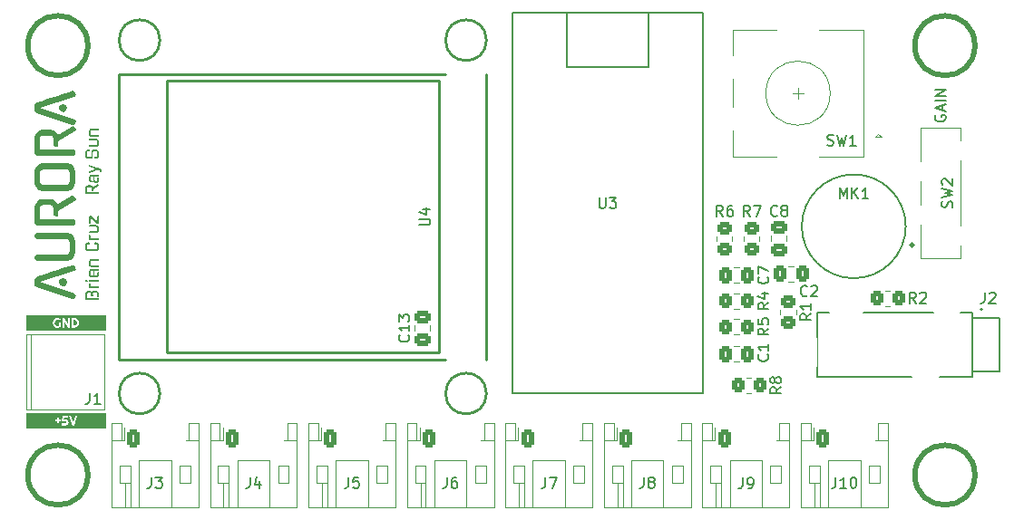
<source format=gto>
%TF.GenerationSoftware,KiCad,Pcbnew,(6.0.9)*%
%TF.CreationDate,2022-12-29T20:38:23-05:00*%
%TF.ProjectId,led_controller,6c65645f-636f-46e7-9472-6f6c6c65722e,rev?*%
%TF.SameCoordinates,Original*%
%TF.FileFunction,Legend,Top*%
%TF.FilePolarity,Positive*%
%FSLAX46Y46*%
G04 Gerber Fmt 4.6, Leading zero omitted, Abs format (unit mm)*
G04 Created by KiCad (PCBNEW (6.0.9)) date 2022-12-29 20:38:23*
%MOMM*%
%LPD*%
G01*
G04 APERTURE LIST*
G04 Aperture macros list*
%AMRoundRect*
0 Rectangle with rounded corners*
0 $1 Rounding radius*
0 $2 $3 $4 $5 $6 $7 $8 $9 X,Y pos of 4 corners*
0 Add a 4 corners polygon primitive as box body*
4,1,4,$2,$3,$4,$5,$6,$7,$8,$9,$2,$3,0*
0 Add four circle primitives for the rounded corners*
1,1,$1+$1,$2,$3*
1,1,$1+$1,$4,$5*
1,1,$1+$1,$6,$7*
1,1,$1+$1,$8,$9*
0 Add four rect primitives between the rounded corners*
20,1,$1+$1,$2,$3,$4,$5,0*
20,1,$1+$1,$4,$5,$6,$7,0*
20,1,$1+$1,$6,$7,$8,$9,0*
20,1,$1+$1,$8,$9,$2,$3,0*%
G04 Aperture macros list end*
%ADD10C,0.508000*%
%ADD11C,0.177800*%
%ADD12C,0.150000*%
%ADD13C,0.120000*%
%ADD14C,0.254000*%
%ADD15C,0.127000*%
%ADD16C,0.300000*%
%ADD17C,0.200000*%
%ADD18R,1.600200X1.193800*%
%ADD19C,0.889000*%
%ADD20RoundRect,0.250000X0.450000X-0.350000X0.450000X0.350000X-0.450000X0.350000X-0.450000X-0.350000X0*%
%ADD21RoundRect,0.250000X-0.350000X-0.625000X0.350000X-0.625000X0.350000X0.625000X-0.350000X0.625000X0*%
%ADD22O,1.200000X1.750000*%
%ADD23RoundRect,0.250000X-0.350000X-0.450000X0.350000X-0.450000X0.350000X0.450000X-0.350000X0.450000X0*%
%ADD24R,2.500000X2.500000*%
%ADD25C,2.500000*%
%ADD26RoundRect,0.250000X0.475000X-0.337500X0.475000X0.337500X-0.475000X0.337500X-0.475000X-0.337500X0*%
%ADD27RoundRect,0.250000X0.350000X0.450000X-0.350000X0.450000X-0.350000X-0.450000X0.350000X-0.450000X0*%
%ADD28C,4.500000*%
%ADD29RoundRect,0.250000X-0.337500X-0.475000X0.337500X-0.475000X0.337500X0.475000X-0.337500X0.475000X0*%
%ADD30C,2.540000*%
%ADD31C,1.700000*%
%ADD32O,1.700000X1.700000*%
%ADD33RoundRect,0.250000X-0.450000X0.350000X-0.450000X-0.350000X0.450000X-0.350000X0.450000X0.350000X0*%
%ADD34R,2.000000X2.000000*%
%ADD35C,2.000000*%
%ADD36R,3.200000X2.000000*%
%ADD37C,1.600000*%
%ADD38R,1.378000X1.378000*%
%ADD39C,1.378000*%
%ADD40R,2.200000X2.800000*%
%ADD41R,2.800000X2.800000*%
%ADD42R,2.600000X2.800000*%
G04 APERTURE END LIST*
D10*
X96012000Y-130302000D02*
G75*
G03*
X96012000Y-130302000I-2794000J0D01*
G01*
X178816000Y-90170000D02*
G75*
G03*
X178816000Y-90170000I-2794000J0D01*
G01*
X96012000Y-90170000D02*
G75*
G03*
X96012000Y-90170000I-2794000J0D01*
G01*
X178816000Y-130302000D02*
G75*
G03*
X178816000Y-130302000I-2794000J0D01*
G01*
D11*
X175133000Y-96701428D02*
X175084619Y-96798190D01*
X175084619Y-96943333D01*
X175133000Y-97088476D01*
X175229761Y-97185238D01*
X175326523Y-97233619D01*
X175520047Y-97282000D01*
X175665190Y-97282000D01*
X175858714Y-97233619D01*
X175955476Y-97185238D01*
X176052238Y-97088476D01*
X176100619Y-96943333D01*
X176100619Y-96846571D01*
X176052238Y-96701428D01*
X176003857Y-96653047D01*
X175665190Y-96653047D01*
X175665190Y-96846571D01*
X175810333Y-96266000D02*
X175810333Y-95782190D01*
X176100619Y-96362761D02*
X175084619Y-96024095D01*
X176100619Y-95685428D01*
X176100619Y-95346761D02*
X175084619Y-95346761D01*
X176100619Y-94862952D02*
X175084619Y-94862952D01*
X176100619Y-94282380D01*
X175084619Y-94282380D01*
D12*
X176678160Y-105278819D02*
X176725779Y-105135962D01*
X176725779Y-104897866D01*
X176678160Y-104802628D01*
X176630541Y-104755009D01*
X176535303Y-104707390D01*
X176440065Y-104707390D01*
X176344827Y-104755009D01*
X176297208Y-104802628D01*
X176249589Y-104897866D01*
X176201970Y-105088343D01*
X176154351Y-105183581D01*
X176106732Y-105231200D01*
X176011494Y-105278819D01*
X175916256Y-105278819D01*
X175821018Y-105231200D01*
X175773399Y-105183581D01*
X175725779Y-105088343D01*
X175725779Y-104850247D01*
X175773399Y-104707390D01*
X175725779Y-104374057D02*
X176725779Y-104135962D01*
X176011494Y-103945486D01*
X176725779Y-103755009D01*
X175725779Y-103516914D01*
X175821018Y-103183581D02*
X175773399Y-103135962D01*
X175725779Y-103040724D01*
X175725779Y-102802628D01*
X175773399Y-102707390D01*
X175821018Y-102659771D01*
X175916256Y-102612152D01*
X176011494Y-102612152D01*
X176154351Y-102659771D01*
X176725779Y-103231200D01*
X176725779Y-102612152D01*
X163520380Y-115228666D02*
X163044190Y-115562000D01*
X163520380Y-115800095D02*
X162520380Y-115800095D01*
X162520380Y-115419142D01*
X162568000Y-115323904D01*
X162615619Y-115276285D01*
X162710857Y-115228666D01*
X162853714Y-115228666D01*
X162948952Y-115276285D01*
X162996571Y-115323904D01*
X163044190Y-115419142D01*
X163044190Y-115800095D01*
X163520380Y-114276285D02*
X163520380Y-114847714D01*
X163520380Y-114562000D02*
X162520380Y-114562000D01*
X162663238Y-114657238D01*
X162758476Y-114752476D01*
X162806095Y-114847714D01*
X129525476Y-130516380D02*
X129525476Y-131230666D01*
X129477857Y-131373523D01*
X129382619Y-131468761D01*
X129239762Y-131516380D01*
X129144524Y-131516380D01*
X130430238Y-130516380D02*
X130239762Y-130516380D01*
X130144524Y-130564000D01*
X130096905Y-130611619D01*
X130001667Y-130754476D01*
X129954048Y-130944952D01*
X129954048Y-131325904D01*
X130001667Y-131421142D01*
X130049286Y-131468761D01*
X130144524Y-131516380D01*
X130335000Y-131516380D01*
X130430238Y-131468761D01*
X130477857Y-131421142D01*
X130525476Y-131325904D01*
X130525476Y-131087809D01*
X130477857Y-130992571D01*
X130430238Y-130944952D01*
X130335000Y-130897333D01*
X130144524Y-130897333D01*
X130049286Y-130944952D01*
X130001667Y-130992571D01*
X129954048Y-131087809D01*
X173315333Y-114244380D02*
X172982000Y-113768190D01*
X172743904Y-114244380D02*
X172743904Y-113244380D01*
X173124857Y-113244380D01*
X173220095Y-113292000D01*
X173267714Y-113339619D01*
X173315333Y-113434857D01*
X173315333Y-113577714D01*
X173267714Y-113672952D01*
X173220095Y-113720571D01*
X173124857Y-113768190D01*
X172743904Y-113768190D01*
X173696285Y-113339619D02*
X173743904Y-113292000D01*
X173839142Y-113244380D01*
X174077238Y-113244380D01*
X174172476Y-113292000D01*
X174220095Y-113339619D01*
X174267714Y-113434857D01*
X174267714Y-113530095D01*
X174220095Y-113672952D01*
X173648666Y-114244380D01*
X174267714Y-114244380D01*
X96186666Y-122642380D02*
X96186666Y-123356666D01*
X96139047Y-123499523D01*
X96043809Y-123594761D01*
X95900952Y-123642380D01*
X95805714Y-123642380D01*
X97186666Y-123642380D02*
X96615238Y-123642380D01*
X96900952Y-123642380D02*
X96900952Y-122642380D01*
X96805714Y-122785238D01*
X96710476Y-122880476D01*
X96615238Y-122928095D01*
X101951588Y-130516380D02*
X101951588Y-131230666D01*
X101903969Y-131373523D01*
X101808731Y-131468761D01*
X101665874Y-131516380D01*
X101570636Y-131516380D01*
X102332541Y-130516380D02*
X102951588Y-130516380D01*
X102618255Y-130897333D01*
X102761112Y-130897333D01*
X102856350Y-130944952D01*
X102903969Y-130992571D01*
X102951588Y-131087809D01*
X102951588Y-131325904D01*
X102903969Y-131421142D01*
X102856350Y-131468761D01*
X102761112Y-131516380D01*
X102475398Y-131516380D01*
X102380160Y-131468761D01*
X102332541Y-131421142D01*
X125931142Y-117228857D02*
X125978761Y-117276476D01*
X126026380Y-117419333D01*
X126026380Y-117514571D01*
X125978761Y-117657428D01*
X125883523Y-117752666D01*
X125788285Y-117800285D01*
X125597809Y-117847904D01*
X125454952Y-117847904D01*
X125264476Y-117800285D01*
X125169238Y-117752666D01*
X125074000Y-117657428D01*
X125026380Y-117514571D01*
X125026380Y-117419333D01*
X125074000Y-117276476D01*
X125121619Y-117228857D01*
X126026380Y-116276476D02*
X126026380Y-116847904D01*
X126026380Y-116562190D02*
X125026380Y-116562190D01*
X125169238Y-116657428D01*
X125264476Y-116752666D01*
X125312095Y-116847904D01*
X125026380Y-115943142D02*
X125026380Y-115324095D01*
X125407333Y-115657428D01*
X125407333Y-115514571D01*
X125454952Y-115419333D01*
X125502571Y-115371714D01*
X125597809Y-115324095D01*
X125835904Y-115324095D01*
X125931142Y-115371714D01*
X125978761Y-115419333D01*
X126026380Y-115514571D01*
X126026380Y-115800285D01*
X125978761Y-115895523D01*
X125931142Y-115943142D01*
X159560880Y-114212666D02*
X159084690Y-114546000D01*
X159560880Y-114784095D02*
X158560880Y-114784095D01*
X158560880Y-114403142D01*
X158608500Y-114307904D01*
X158656119Y-114260285D01*
X158751357Y-114212666D01*
X158894214Y-114212666D01*
X158989452Y-114260285D01*
X159037071Y-114307904D01*
X159084690Y-114403142D01*
X159084690Y-114784095D01*
X158894214Y-113355523D02*
X159560880Y-113355523D01*
X158513261Y-113593619D02*
X159227547Y-113831714D01*
X159227547Y-113212666D01*
X165814476Y-130516380D02*
X165814476Y-131230666D01*
X165766857Y-131373523D01*
X165671619Y-131468761D01*
X165528761Y-131516380D01*
X165433523Y-131516380D01*
X166814476Y-131516380D02*
X166243047Y-131516380D01*
X166528761Y-131516380D02*
X166528761Y-130516380D01*
X166433523Y-130659238D01*
X166338285Y-130754476D01*
X166243047Y-130802095D01*
X167433523Y-130516380D02*
X167528761Y-130516380D01*
X167624000Y-130564000D01*
X167671619Y-130611619D01*
X167719238Y-130706857D01*
X167766857Y-130897333D01*
X167766857Y-131135428D01*
X167719238Y-131325904D01*
X167671619Y-131421142D01*
X167624000Y-131468761D01*
X167528761Y-131516380D01*
X167433523Y-131516380D01*
X167338285Y-131468761D01*
X167290666Y-131421142D01*
X167243047Y-131325904D01*
X167195428Y-131135428D01*
X167195428Y-130897333D01*
X167243047Y-130706857D01*
X167290666Y-130611619D01*
X167338285Y-130564000D01*
X167433523Y-130516380D01*
X159465642Y-111784666D02*
X159513261Y-111832285D01*
X159560880Y-111975142D01*
X159560880Y-112070380D01*
X159513261Y-112213238D01*
X159418023Y-112308476D01*
X159322785Y-112356095D01*
X159132309Y-112403714D01*
X158989452Y-112403714D01*
X158798976Y-112356095D01*
X158703738Y-112308476D01*
X158608500Y-112213238D01*
X158560880Y-112070380D01*
X158560880Y-111975142D01*
X158608500Y-111832285D01*
X158656119Y-111784666D01*
X158560880Y-111451333D02*
X158560880Y-110784666D01*
X159560880Y-111213238D01*
X126960380Y-106933904D02*
X127769904Y-106933904D01*
X127865142Y-106886285D01*
X127912761Y-106838666D01*
X127960380Y-106743428D01*
X127960380Y-106552952D01*
X127912761Y-106457714D01*
X127865142Y-106410095D01*
X127769904Y-106362476D01*
X126960380Y-106362476D01*
X127293714Y-105457714D02*
X127960380Y-105457714D01*
X126912761Y-105695809D02*
X127627047Y-105933904D01*
X127627047Y-105314857D01*
X138716772Y-130516380D02*
X138716772Y-131230666D01*
X138669153Y-131373523D01*
X138573915Y-131468761D01*
X138431058Y-131516380D01*
X138335820Y-131516380D01*
X139097725Y-130516380D02*
X139764391Y-130516380D01*
X139335820Y-131516380D01*
X155296333Y-106116380D02*
X154963000Y-105640190D01*
X154724904Y-106116380D02*
X154724904Y-105116380D01*
X155105857Y-105116380D01*
X155201095Y-105164000D01*
X155248714Y-105211619D01*
X155296333Y-105306857D01*
X155296333Y-105449714D01*
X155248714Y-105544952D01*
X155201095Y-105592571D01*
X155105857Y-105640190D01*
X154724904Y-105640190D01*
X156153476Y-105116380D02*
X155963000Y-105116380D01*
X155867761Y-105164000D01*
X155820142Y-105211619D01*
X155724904Y-105354476D01*
X155677285Y-105544952D01*
X155677285Y-105925904D01*
X155724904Y-106021142D01*
X155772523Y-106068761D01*
X155867761Y-106116380D01*
X156058238Y-106116380D01*
X156153476Y-106068761D01*
X156201095Y-106021142D01*
X156248714Y-105925904D01*
X156248714Y-105687809D01*
X156201095Y-105592571D01*
X156153476Y-105544952D01*
X156058238Y-105497333D01*
X155867761Y-105497333D01*
X155772523Y-105544952D01*
X155724904Y-105592571D01*
X155677285Y-105687809D01*
X147908068Y-130516380D02*
X147908068Y-131230666D01*
X147860449Y-131373523D01*
X147765211Y-131468761D01*
X147622354Y-131516380D01*
X147527116Y-131516380D01*
X148527116Y-130944952D02*
X148431878Y-130897333D01*
X148384259Y-130849714D01*
X148336640Y-130754476D01*
X148336640Y-130706857D01*
X148384259Y-130611619D01*
X148431878Y-130564000D01*
X148527116Y-130516380D01*
X148717592Y-130516380D01*
X148812830Y-130564000D01*
X148860449Y-130611619D01*
X148908068Y-130706857D01*
X148908068Y-130754476D01*
X148860449Y-130849714D01*
X148812830Y-130897333D01*
X148717592Y-130944952D01*
X148527116Y-130944952D01*
X148431878Y-130992571D01*
X148384259Y-131040190D01*
X148336640Y-131135428D01*
X148336640Y-131325904D01*
X148384259Y-131421142D01*
X148431878Y-131468761D01*
X148527116Y-131516380D01*
X148717592Y-131516380D01*
X148812830Y-131468761D01*
X148860449Y-131421142D01*
X148908068Y-131325904D01*
X148908068Y-131135428D01*
X148860449Y-131040190D01*
X148812830Y-130992571D01*
X148717592Y-130944952D01*
X111142884Y-130516380D02*
X111142884Y-131230666D01*
X111095265Y-131373523D01*
X111000027Y-131468761D01*
X110857170Y-131516380D01*
X110761932Y-131516380D01*
X112047646Y-130849714D02*
X112047646Y-131516380D01*
X111809551Y-130468761D02*
X111571456Y-131183047D01*
X112190503Y-131183047D01*
X159465642Y-119038666D02*
X159513261Y-119086285D01*
X159560880Y-119229142D01*
X159560880Y-119324380D01*
X159513261Y-119467238D01*
X159418023Y-119562476D01*
X159322785Y-119610095D01*
X159132309Y-119657714D01*
X158989452Y-119657714D01*
X158798976Y-119610095D01*
X158703738Y-119562476D01*
X158608500Y-119467238D01*
X158560880Y-119324380D01*
X158560880Y-119229142D01*
X158608500Y-119086285D01*
X158656119Y-119038666D01*
X159560880Y-118086285D02*
X159560880Y-118657714D01*
X159560880Y-118372000D02*
X158560880Y-118372000D01*
X158703738Y-118467238D01*
X158798976Y-118562476D01*
X158846595Y-118657714D01*
X165036666Y-99464761D02*
X165179523Y-99512380D01*
X165417619Y-99512380D01*
X165512857Y-99464761D01*
X165560476Y-99417142D01*
X165608095Y-99321904D01*
X165608095Y-99226666D01*
X165560476Y-99131428D01*
X165512857Y-99083809D01*
X165417619Y-99036190D01*
X165227142Y-98988571D01*
X165131904Y-98940952D01*
X165084285Y-98893333D01*
X165036666Y-98798095D01*
X165036666Y-98702857D01*
X165084285Y-98607619D01*
X165131904Y-98560000D01*
X165227142Y-98512380D01*
X165465238Y-98512380D01*
X165608095Y-98560000D01*
X165941428Y-98512380D02*
X166179523Y-99512380D01*
X166370000Y-98798095D01*
X166560476Y-99512380D01*
X166798571Y-98512380D01*
X167703333Y-99512380D02*
X167131904Y-99512380D01*
X167417619Y-99512380D02*
X167417619Y-98512380D01*
X167322380Y-98655238D01*
X167227142Y-98750476D01*
X167131904Y-98798095D01*
X143764095Y-104354380D02*
X143764095Y-105163904D01*
X143811714Y-105259142D01*
X143859333Y-105306761D01*
X143954571Y-105354380D01*
X144145047Y-105354380D01*
X144240285Y-105306761D01*
X144287904Y-105259142D01*
X144335523Y-105163904D01*
X144335523Y-104354380D01*
X144716476Y-104354380D02*
X145335523Y-104354380D01*
X145002190Y-104735333D01*
X145145047Y-104735333D01*
X145240285Y-104782952D01*
X145287904Y-104830571D01*
X145335523Y-104925809D01*
X145335523Y-105163904D01*
X145287904Y-105259142D01*
X145240285Y-105306761D01*
X145145047Y-105354380D01*
X144859333Y-105354380D01*
X144764095Y-105306761D01*
X144716476Y-105259142D01*
X166203012Y-104465541D02*
X166203012Y-103465187D01*
X166536463Y-104179725D01*
X166869915Y-103465187D01*
X166869915Y-104465541D01*
X167346274Y-104465541D02*
X167346274Y-103465187D01*
X167917905Y-104465541D02*
X167489182Y-103893910D01*
X167917905Y-103465187D02*
X167346274Y-104036817D01*
X168870623Y-104465541D02*
X168298992Y-104465541D01*
X168584807Y-104465541D02*
X168584807Y-103465187D01*
X168489536Y-103608094D01*
X168394264Y-103703366D01*
X168298992Y-103751002D01*
X160361333Y-106021142D02*
X160313714Y-106068761D01*
X160170857Y-106116380D01*
X160075619Y-106116380D01*
X159932761Y-106068761D01*
X159837523Y-105973523D01*
X159789904Y-105878285D01*
X159742285Y-105687809D01*
X159742285Y-105544952D01*
X159789904Y-105354476D01*
X159837523Y-105259238D01*
X159932761Y-105164000D01*
X160075619Y-105116380D01*
X160170857Y-105116380D01*
X160313714Y-105164000D01*
X160361333Y-105211619D01*
X160932761Y-105544952D02*
X160837523Y-105497333D01*
X160789904Y-105449714D01*
X160742285Y-105354476D01*
X160742285Y-105306857D01*
X160789904Y-105211619D01*
X160837523Y-105164000D01*
X160932761Y-105116380D01*
X161123238Y-105116380D01*
X161218476Y-105164000D01*
X161266095Y-105211619D01*
X161313714Y-105306857D01*
X161313714Y-105354476D01*
X161266095Y-105449714D01*
X161218476Y-105497333D01*
X161123238Y-105544952D01*
X160932761Y-105544952D01*
X160837523Y-105592571D01*
X160789904Y-105640190D01*
X160742285Y-105735428D01*
X160742285Y-105925904D01*
X160789904Y-106021142D01*
X160837523Y-106068761D01*
X160932761Y-106116380D01*
X161123238Y-106116380D01*
X161218476Y-106068761D01*
X161266095Y-106021142D01*
X161313714Y-105925904D01*
X161313714Y-105735428D01*
X161266095Y-105640190D01*
X161218476Y-105592571D01*
X161123238Y-105544952D01*
X163155333Y-113514142D02*
X163107714Y-113561761D01*
X162964857Y-113609380D01*
X162869619Y-113609380D01*
X162726761Y-113561761D01*
X162631523Y-113466523D01*
X162583904Y-113371285D01*
X162536285Y-113180809D01*
X162536285Y-113037952D01*
X162583904Y-112847476D01*
X162631523Y-112752238D01*
X162726761Y-112657000D01*
X162869619Y-112609380D01*
X162964857Y-112609380D01*
X163107714Y-112657000D01*
X163155333Y-112704619D01*
X163536285Y-112704619D02*
X163583904Y-112657000D01*
X163679142Y-112609380D01*
X163917238Y-112609380D01*
X164012476Y-112657000D01*
X164060095Y-112704619D01*
X164107714Y-112799857D01*
X164107714Y-112895095D01*
X164060095Y-113037952D01*
X163488666Y-113609380D01*
X164107714Y-113609380D01*
X159560880Y-116610666D02*
X159084690Y-116944000D01*
X159560880Y-117182095D02*
X158560880Y-117182095D01*
X158560880Y-116801142D01*
X158608500Y-116705904D01*
X158656119Y-116658285D01*
X158751357Y-116610666D01*
X158894214Y-116610666D01*
X158989452Y-116658285D01*
X159037071Y-116705904D01*
X159084690Y-116801142D01*
X159084690Y-117182095D01*
X158560880Y-115705904D02*
X158560880Y-116182095D01*
X159037071Y-116229714D01*
X158989452Y-116182095D01*
X158941833Y-116086857D01*
X158941833Y-115848761D01*
X158989452Y-115753523D01*
X159037071Y-115705904D01*
X159132309Y-115658285D01*
X159370404Y-115658285D01*
X159465642Y-115705904D01*
X159513261Y-115753523D01*
X159560880Y-115848761D01*
X159560880Y-116086857D01*
X159513261Y-116182095D01*
X159465642Y-116229714D01*
X120334180Y-130516380D02*
X120334180Y-131230666D01*
X120286561Y-131373523D01*
X120191323Y-131468761D01*
X120048466Y-131516380D01*
X119953228Y-131516380D01*
X121286561Y-130516380D02*
X120810371Y-130516380D01*
X120762752Y-130992571D01*
X120810371Y-130944952D01*
X120905609Y-130897333D01*
X121143704Y-130897333D01*
X121238942Y-130944952D01*
X121286561Y-130992571D01*
X121334180Y-131087809D01*
X121334180Y-131325904D01*
X121286561Y-131421142D01*
X121238942Y-131468761D01*
X121143704Y-131516380D01*
X120905609Y-131516380D01*
X120810371Y-131468761D01*
X120762752Y-131421142D01*
X160726380Y-122086666D02*
X160250190Y-122420000D01*
X160726380Y-122658095D02*
X159726380Y-122658095D01*
X159726380Y-122277142D01*
X159774000Y-122181904D01*
X159821619Y-122134285D01*
X159916857Y-122086666D01*
X160059714Y-122086666D01*
X160154952Y-122134285D01*
X160202571Y-122181904D01*
X160250190Y-122277142D01*
X160250190Y-122658095D01*
X160154952Y-121515238D02*
X160107333Y-121610476D01*
X160059714Y-121658095D01*
X159964476Y-121705714D01*
X159916857Y-121705714D01*
X159821619Y-121658095D01*
X159774000Y-121610476D01*
X159726380Y-121515238D01*
X159726380Y-121324761D01*
X159774000Y-121229523D01*
X159821619Y-121181904D01*
X159916857Y-121134285D01*
X159964476Y-121134285D01*
X160059714Y-121181904D01*
X160107333Y-121229523D01*
X160154952Y-121324761D01*
X160154952Y-121515238D01*
X160202571Y-121610476D01*
X160250190Y-121658095D01*
X160345428Y-121705714D01*
X160535904Y-121705714D01*
X160631142Y-121658095D01*
X160678761Y-121610476D01*
X160726380Y-121515238D01*
X160726380Y-121324761D01*
X160678761Y-121229523D01*
X160631142Y-121181904D01*
X160535904Y-121134285D01*
X160345428Y-121134285D01*
X160250190Y-121181904D01*
X160202571Y-121229523D01*
X160154952Y-121324761D01*
X179752102Y-113243453D02*
X179752102Y-113958948D01*
X179704402Y-114102047D01*
X179609003Y-114197447D01*
X179465904Y-114245146D01*
X179370505Y-114245146D01*
X180181399Y-113338853D02*
X180229099Y-113291153D01*
X180324498Y-113243453D01*
X180562996Y-113243453D01*
X180658396Y-113291153D01*
X180706095Y-113338853D01*
X180753795Y-113434252D01*
X180753795Y-113529651D01*
X180706095Y-113672750D01*
X180133699Y-114245146D01*
X180753795Y-114245146D01*
X157821333Y-106116380D02*
X157488000Y-105640190D01*
X157249904Y-106116380D02*
X157249904Y-105116380D01*
X157630857Y-105116380D01*
X157726095Y-105164000D01*
X157773714Y-105211619D01*
X157821333Y-105306857D01*
X157821333Y-105449714D01*
X157773714Y-105544952D01*
X157726095Y-105592571D01*
X157630857Y-105640190D01*
X157249904Y-105640190D01*
X158154666Y-105116380D02*
X158821333Y-105116380D01*
X158392761Y-106116380D01*
X157146666Y-130558380D02*
X157146666Y-131272666D01*
X157099047Y-131415523D01*
X157003809Y-131510761D01*
X156860952Y-131558380D01*
X156765714Y-131558380D01*
X157670476Y-131558380D02*
X157860952Y-131558380D01*
X157956190Y-131510761D01*
X158003809Y-131463142D01*
X158099047Y-131320285D01*
X158146666Y-131129809D01*
X158146666Y-130748857D01*
X158099047Y-130653619D01*
X158051428Y-130606000D01*
X157956190Y-130558380D01*
X157765714Y-130558380D01*
X157670476Y-130606000D01*
X157622857Y-130653619D01*
X157575238Y-130748857D01*
X157575238Y-130986952D01*
X157622857Y-131082190D01*
X157670476Y-131129809D01*
X157765714Y-131177428D01*
X157956190Y-131177428D01*
X158051428Y-131129809D01*
X158099047Y-131082190D01*
X158146666Y-130986952D01*
D13*
X173758799Y-110066886D02*
X177517999Y-110066886D01*
X177517999Y-99015846D02*
X177517999Y-97824086D01*
X177517999Y-97824086D02*
X173758799Y-97824086D01*
X177517999Y-107015846D02*
X177517999Y-100875126D01*
X173758799Y-106875127D02*
X173758799Y-110066886D01*
X173758799Y-97824086D02*
X173758799Y-101015845D01*
X173758799Y-102875125D02*
X173758799Y-105015847D01*
X177517999Y-110066886D02*
X177517999Y-108875126D01*
X160659500Y-115289064D02*
X160659500Y-114834936D01*
X162129500Y-115289064D02*
X162129500Y-114834936D01*
X127058810Y-131026000D02*
X127058810Y-133286000D01*
X127558810Y-129426000D02*
X126558810Y-129426000D01*
X126718810Y-127066000D02*
X126718810Y-125466000D01*
X132158810Y-129426000D02*
X133158810Y-129426000D01*
X132158810Y-131026000D02*
X132158810Y-129426000D01*
X132998810Y-125466000D02*
X132998810Y-127066000D01*
X126998810Y-127066000D02*
X126718810Y-127066000D01*
X133918810Y-125466000D02*
X132998810Y-125466000D01*
X127558810Y-131026000D02*
X127558810Y-133286000D01*
X125798810Y-127066000D02*
X126718810Y-127066000D01*
X131358810Y-128926000D02*
X131358810Y-133286000D01*
X125798810Y-125466000D02*
X125798810Y-133286000D01*
X132998810Y-127066000D02*
X132718810Y-127066000D01*
X128358810Y-128926000D02*
X131358810Y-128926000D01*
X126558810Y-131026000D02*
X127558810Y-131026000D01*
X126718810Y-125466000D02*
X125798810Y-125466000D01*
X127558810Y-131026000D02*
X127558810Y-129426000D01*
X133158810Y-129426000D02*
X133158810Y-131026000D01*
X133918810Y-127066000D02*
X132998810Y-127066000D01*
X126998810Y-127066000D02*
X126998810Y-125851000D01*
X125798810Y-133286000D02*
X133918810Y-133286000D01*
X126558810Y-129426000D02*
X126558810Y-131026000D01*
X128358810Y-133286000D02*
X128358810Y-128926000D01*
X133918810Y-133286000D02*
X133918810Y-125466000D01*
X133158810Y-131026000D02*
X132158810Y-131026000D01*
X170460936Y-114527000D02*
X170915064Y-114527000D01*
X170460936Y-113057000D02*
X170915064Y-113057000D01*
G36*
X90242926Y-124512793D02*
G01*
X97717074Y-124512793D01*
X97717074Y-125931207D01*
X90242926Y-125931207D01*
X90242926Y-125666624D01*
X93573203Y-125666624D01*
X93931631Y-125666624D01*
X93985659Y-125661818D01*
X94037361Y-125647400D01*
X94084877Y-125623991D01*
X94126348Y-125592210D01*
X94160919Y-125552212D01*
X94187739Y-125504153D01*
X94204948Y-125448808D01*
X94210684Y-125386951D01*
X94204948Y-125325637D01*
X94187739Y-125270679D01*
X94160919Y-125222775D01*
X94126348Y-125182623D01*
X94084877Y-125150609D01*
X94037361Y-125127122D01*
X93985659Y-125112704D01*
X93931631Y-125107898D01*
X93769160Y-125107898D01*
X93785283Y-124955350D01*
X94174097Y-124955350D01*
X94174097Y-124777376D01*
X94256572Y-124777376D01*
X94547407Y-125666624D01*
X94725381Y-125666624D01*
X95017456Y-124777376D01*
X94814058Y-124777376D01*
X94636084Y-125370828D01*
X94458730Y-124777376D01*
X94256572Y-124777376D01*
X94174097Y-124777376D01*
X93625293Y-124777376D01*
X93573203Y-125285872D01*
X93931631Y-125285872D01*
X93967908Y-125292383D01*
X94000774Y-125311607D01*
X94024338Y-125343233D01*
X94033330Y-125386951D01*
X94024338Y-125433460D01*
X94000774Y-125465086D01*
X93967908Y-125483069D01*
X93931631Y-125488650D01*
X93573203Y-125488650D01*
X93573203Y-125666624D01*
X90242926Y-125666624D01*
X90242926Y-125301995D01*
X92942544Y-125301995D01*
X93118657Y-125301995D01*
X93118657Y-125471287D01*
X93287949Y-125471287D01*
X93287949Y-125301995D01*
X93463442Y-125301995D01*
X93463442Y-125133323D01*
X93287949Y-125133323D01*
X93287949Y-124950389D01*
X93118657Y-124950389D01*
X93118657Y-125133323D01*
X92942544Y-125133323D01*
X92942544Y-125301995D01*
X90242926Y-125301995D01*
X90242926Y-124512793D01*
G37*
X97570000Y-117150000D02*
X90280000Y-117150000D01*
X90280000Y-117150000D02*
X90280000Y-124150000D01*
X90730000Y-117150000D02*
X90730000Y-124150000D01*
X97570000Y-117150000D02*
X97570000Y-124150000D01*
X97570000Y-124150000D02*
X90280000Y-124150000D01*
X100784922Y-133286000D02*
X100784922Y-128926000D01*
X104584922Y-131026000D02*
X104584922Y-129426000D01*
X99144922Y-127066000D02*
X99144922Y-125466000D01*
X99144922Y-125466000D02*
X98224922Y-125466000D01*
X106344922Y-133286000D02*
X106344922Y-125466000D01*
X105424922Y-127066000D02*
X105144922Y-127066000D01*
X105584922Y-131026000D02*
X104584922Y-131026000D01*
X98224922Y-125466000D02*
X98224922Y-133286000D01*
X99424922Y-127066000D02*
X99144922Y-127066000D01*
X99484922Y-131026000D02*
X99484922Y-133286000D01*
X98984922Y-131026000D02*
X99984922Y-131026000D01*
X98224922Y-127066000D02*
X99144922Y-127066000D01*
X99984922Y-131026000D02*
X99984922Y-133286000D01*
X103784922Y-128926000D02*
X103784922Y-133286000D01*
X106344922Y-127066000D02*
X105424922Y-127066000D01*
X106344922Y-125466000D02*
X105424922Y-125466000D01*
X98984922Y-129426000D02*
X98984922Y-131026000D01*
X100784922Y-128926000D02*
X103784922Y-128926000D01*
X104584922Y-129426000D02*
X105584922Y-129426000D01*
X105584922Y-129426000D02*
X105584922Y-131026000D01*
X99984922Y-129426000D02*
X98984922Y-129426000D01*
X99424922Y-127066000D02*
X99424922Y-125851000D01*
X98224922Y-133286000D02*
X106344922Y-133286000D01*
X105424922Y-125466000D02*
X105424922Y-127066000D01*
X99984922Y-131026000D02*
X99984922Y-129426000D01*
X126519000Y-116847252D02*
X126519000Y-116324748D01*
X127989000Y-116847252D02*
X127989000Y-116324748D01*
X156795564Y-113311000D02*
X156341436Y-113311000D01*
X156795564Y-114781000D02*
X156341436Y-114781000D01*
X168924000Y-129426000D02*
X169924000Y-129426000D01*
X164324000Y-129426000D02*
X163324000Y-129426000D01*
X163484000Y-125466000D02*
X162564000Y-125466000D01*
X164324000Y-131026000D02*
X164324000Y-129426000D01*
X169764000Y-127066000D02*
X169484000Y-127066000D01*
X170684000Y-127066000D02*
X169764000Y-127066000D01*
X169924000Y-129426000D02*
X169924000Y-131026000D01*
X163324000Y-131026000D02*
X164324000Y-131026000D01*
X165124000Y-133286000D02*
X165124000Y-128926000D01*
X165124000Y-128926000D02*
X168124000Y-128926000D01*
X170684000Y-125466000D02*
X169764000Y-125466000D01*
X169924000Y-131026000D02*
X168924000Y-131026000D01*
X162564000Y-125466000D02*
X162564000Y-133286000D01*
X162564000Y-133286000D02*
X170684000Y-133286000D01*
X168124000Y-128926000D02*
X168124000Y-133286000D01*
X170684000Y-133286000D02*
X170684000Y-125466000D01*
X163324000Y-129426000D02*
X163324000Y-131026000D01*
X163764000Y-127066000D02*
X163764000Y-125851000D01*
X163824000Y-131026000D02*
X163824000Y-133286000D01*
X164324000Y-131026000D02*
X164324000Y-133286000D01*
X163764000Y-127066000D02*
X163484000Y-127066000D01*
X169764000Y-125466000D02*
X169764000Y-127066000D01*
X168924000Y-131026000D02*
X168924000Y-129426000D01*
X163484000Y-127066000D02*
X163484000Y-125466000D01*
X162564000Y-127066000D02*
X163484000Y-127066000D01*
G36*
X94417753Y-107754738D02*
G01*
X94657069Y-107947619D01*
X94797563Y-108202412D01*
X94847569Y-108457206D01*
X94847569Y-109495431D01*
X94797563Y-109750225D01*
X94657069Y-110005019D01*
X94421325Y-110195519D01*
X94080806Y-110262194D01*
X91266169Y-110262194D01*
X91094719Y-110191947D01*
X91037569Y-109981206D01*
X91094719Y-109766894D01*
X91266169Y-109695456D01*
X94042706Y-109695456D01*
X94266544Y-109624019D01*
X94366556Y-109376369D01*
X94366556Y-108576269D01*
X94266544Y-108328619D01*
X94042706Y-108257181D01*
X91266169Y-108257181D01*
X91094719Y-108186934D01*
X91037569Y-107976194D01*
X91094719Y-107761881D01*
X91266169Y-107690444D01*
X94080806Y-107690444D01*
X94417753Y-107754738D01*
G37*
G36*
X94742794Y-110702725D02*
G01*
X94861856Y-110886081D01*
X94878525Y-110955138D01*
X94885669Y-111024194D01*
X94840425Y-111145638D01*
X94723744Y-111224219D01*
X94728506Y-111224219D01*
X91528106Y-112271969D01*
X94728506Y-113314956D01*
X94723744Y-113314956D01*
X94840425Y-113393538D01*
X94885669Y-113514981D01*
X94878525Y-113588800D01*
X94861856Y-113662619D01*
X94861856Y-113657856D01*
X94742794Y-113843594D01*
X94557056Y-113857881D01*
X91256644Y-112772031D01*
X91128056Y-112688688D01*
X91066144Y-112548194D01*
X91044712Y-112391031D01*
X91037569Y-112271969D01*
X91044712Y-112152906D01*
X91061381Y-111995744D01*
X91132819Y-111864775D01*
X91256644Y-111767144D01*
X91584780Y-111660178D01*
X91913869Y-111552641D01*
X92243910Y-111444532D01*
X92574904Y-111335852D01*
X93238796Y-111117348D01*
X93569790Y-111008668D01*
X93899831Y-110900559D01*
X94228920Y-110793022D01*
X94557056Y-110686056D01*
X94742794Y-110702725D01*
G37*
G36*
X94828519Y-104356694D02*
G01*
X94823756Y-104356694D01*
X94890431Y-104542431D01*
X94782794Y-104715587D01*
X93275944Y-105613994D01*
X93275944Y-105980706D01*
X93211650Y-106106913D01*
X93037819Y-106152156D01*
X92855653Y-106102150D01*
X92794931Y-105952131D01*
X92794931Y-105394919D01*
X92694919Y-105147269D01*
X92475844Y-105075831D01*
X91861481Y-105075831D01*
X91642406Y-105147269D01*
X91542394Y-105394919D01*
X91542394Y-106399806D01*
X94647544Y-106399806D01*
X94818994Y-106470053D01*
X94876144Y-106680794D01*
X94818994Y-106891534D01*
X94647544Y-106961781D01*
X91347131Y-106961781D01*
X91118531Y-106873675D01*
X91061381Y-106661744D01*
X91061381Y-105275856D01*
X91113769Y-105018681D01*
X91247119Y-104761506D01*
X91247119Y-104766269D01*
X91482862Y-104575769D01*
X91818619Y-104509094D01*
X92513944Y-104509094D01*
X92850891Y-104573388D01*
X93090206Y-104766269D01*
X93161644Y-104878188D01*
X93228319Y-104999631D01*
X94485619Y-104237631D01*
X94547531Y-104209056D01*
X94609444Y-104194769D01*
X94828519Y-104356694D01*
G37*
G36*
X94780894Y-104718644D02*
G01*
X94782794Y-104715587D01*
X94785656Y-104713881D01*
X94780894Y-104718644D01*
G37*
G36*
X94828519Y-97860644D02*
G01*
X94823756Y-97860644D01*
X94890431Y-98046381D01*
X94782794Y-98219537D01*
X93275944Y-99117944D01*
X93275944Y-99484656D01*
X93211650Y-99610862D01*
X93037819Y-99656106D01*
X92855653Y-99606100D01*
X92794931Y-99456081D01*
X92794931Y-98898869D01*
X92694919Y-98651219D01*
X92475844Y-98579781D01*
X91861481Y-98579781D01*
X91642406Y-98651219D01*
X91542394Y-98898869D01*
X91542394Y-99903756D01*
X94647544Y-99903756D01*
X94818994Y-99974003D01*
X94876144Y-100184744D01*
X94818994Y-100395484D01*
X94647544Y-100465731D01*
X91347131Y-100465731D01*
X91118531Y-100377625D01*
X91061381Y-100165694D01*
X91061381Y-98779806D01*
X91113769Y-98522631D01*
X91247119Y-98265456D01*
X91247119Y-98270219D01*
X91482862Y-98079719D01*
X91818619Y-98013044D01*
X92513944Y-98013044D01*
X92850891Y-98077337D01*
X93090206Y-98270219D01*
X93161644Y-98382137D01*
X93228319Y-98503581D01*
X94485619Y-97741581D01*
X94547531Y-97713006D01*
X94609444Y-97698719D01*
X94828519Y-97860644D01*
G37*
G36*
X94780894Y-98222594D02*
G01*
X94782794Y-98219537D01*
X94785656Y-98217831D01*
X94780894Y-98222594D01*
G37*
G36*
X91247119Y-101437281D02*
G01*
X91247119Y-101442044D01*
X91482862Y-101251544D01*
X91818619Y-101184869D01*
X94080806Y-101184869D01*
X94417753Y-101249162D01*
X94657069Y-101442044D01*
X94797563Y-101696837D01*
X94847569Y-101951631D01*
X94847569Y-102989856D01*
X94797563Y-103244650D01*
X94657069Y-103499444D01*
X94421325Y-103689944D01*
X94080806Y-103756619D01*
X91818619Y-103756619D01*
X91482862Y-103689944D01*
X91247119Y-103499444D01*
X91247119Y-103504206D01*
X91113769Y-103247031D01*
X91061381Y-102989856D01*
X91061381Y-102870794D01*
X91542394Y-102870794D01*
X91642406Y-103118444D01*
X91861481Y-103189881D01*
X94042706Y-103189881D01*
X94266544Y-103118444D01*
X94366556Y-102870794D01*
X94366556Y-102070694D01*
X94266544Y-101823044D01*
X94042706Y-101751606D01*
X91861481Y-101751606D01*
X91642406Y-101823044D01*
X91542394Y-102070694D01*
X91542394Y-102870794D01*
X91061381Y-102870794D01*
X91061381Y-101951631D01*
X91113769Y-101694456D01*
X91247119Y-101437281D01*
G37*
G36*
X93959363Y-95753237D02*
G01*
X94066519Y-96012794D01*
X93959363Y-96269969D01*
X93699806Y-96374744D01*
X93440250Y-96269969D01*
X93333094Y-96012794D01*
X93440250Y-95753237D01*
X93699806Y-95646081D01*
X93959363Y-95753237D01*
G37*
G36*
X94742794Y-94434025D02*
G01*
X94861856Y-94617381D01*
X94878525Y-94686437D01*
X94885669Y-94755494D01*
X94840425Y-94876937D01*
X94723744Y-94955519D01*
X94728506Y-94955519D01*
X91528106Y-96003269D01*
X94728506Y-97046256D01*
X94723744Y-97046256D01*
X94840425Y-97124837D01*
X94885669Y-97246281D01*
X94878525Y-97320100D01*
X94861856Y-97393919D01*
X94861856Y-97389156D01*
X94742794Y-97574894D01*
X94557056Y-97589181D01*
X91256644Y-96503331D01*
X91128056Y-96419987D01*
X91066144Y-96279494D01*
X91044712Y-96122331D01*
X91037569Y-96003269D01*
X91044712Y-95884206D01*
X91061381Y-95727044D01*
X91132819Y-95596075D01*
X91256644Y-95498444D01*
X91584780Y-95391478D01*
X91913869Y-95283941D01*
X92243910Y-95175832D01*
X92574904Y-95067152D01*
X93238796Y-94848648D01*
X93569790Y-94739968D01*
X93899831Y-94631859D01*
X94228920Y-94524322D01*
X94557056Y-94417356D01*
X94742794Y-94434025D01*
G37*
G36*
X93959363Y-112021938D02*
G01*
X94066519Y-112281494D01*
X93959363Y-112538669D01*
X93699806Y-112643444D01*
X93440250Y-112538669D01*
X93333094Y-112281494D01*
X93440250Y-112021938D01*
X93699806Y-111914781D01*
X93959363Y-112021938D01*
G37*
X156307248Y-110883000D02*
X156829752Y-110883000D01*
X156307248Y-112353000D02*
X156829752Y-112353000D01*
D14*
X98933000Y-119507000D02*
X98933000Y-92837000D01*
X129413000Y-119507000D02*
X98933000Y-119507000D01*
X133223000Y-119507000D02*
X133223000Y-92837000D01*
X129413000Y-92837000D02*
X98933000Y-92837000D01*
X128778000Y-93472000D02*
X103378000Y-93472000D01*
X103378000Y-93472000D02*
X103378000Y-118872000D01*
X103378000Y-118872000D02*
X128778000Y-118872000D01*
X128778000Y-118872000D02*
X128778000Y-93472000D01*
X102743000Y-89662000D02*
G75*
G03*
X102743000Y-89662000I-1905000J0D01*
G01*
X133223000Y-122682000D02*
G75*
G03*
X133223000Y-122682000I-1905000J0D01*
G01*
X133223000Y-89662000D02*
G75*
G03*
X133223000Y-89662000I-1905000J0D01*
G01*
X102743000Y-122682000D02*
G75*
G03*
X102743000Y-122682000I-1905000J0D01*
G01*
D13*
X141350106Y-129426000D02*
X142350106Y-129426000D01*
X137550106Y-133286000D02*
X137550106Y-128926000D01*
X142190106Y-125466000D02*
X142190106Y-127066000D01*
X135750106Y-129426000D02*
X135750106Y-131026000D01*
X143110106Y-125466000D02*
X142190106Y-125466000D01*
X135910106Y-127066000D02*
X135910106Y-125466000D01*
X140550106Y-128926000D02*
X140550106Y-133286000D01*
X136750106Y-129426000D02*
X135750106Y-129426000D01*
X142350106Y-131026000D02*
X141350106Y-131026000D01*
X137550106Y-128926000D02*
X140550106Y-128926000D01*
X134990106Y-133286000D02*
X143110106Y-133286000D01*
X136190106Y-127066000D02*
X135910106Y-127066000D01*
X135910106Y-125466000D02*
X134990106Y-125466000D01*
X143110106Y-127066000D02*
X142190106Y-127066000D01*
X136750106Y-131026000D02*
X136750106Y-133286000D01*
X136750106Y-131026000D02*
X136750106Y-129426000D01*
X136250106Y-131026000D02*
X136250106Y-133286000D01*
X142350106Y-129426000D02*
X142350106Y-131026000D01*
X143110106Y-133286000D02*
X143110106Y-125466000D01*
X136190106Y-127066000D02*
X136190106Y-125851000D01*
X134990106Y-125466000D02*
X134990106Y-133286000D01*
X135750106Y-131026000D02*
X136750106Y-131026000D01*
X141350106Y-131026000D02*
X141350106Y-129426000D01*
X142190106Y-127066000D02*
X141910106Y-127066000D01*
X134990106Y-127066000D02*
X135910106Y-127066000D01*
X156183000Y-107976936D02*
X156183000Y-108431064D01*
X154713000Y-107976936D02*
X154713000Y-108431064D01*
X145941402Y-131026000D02*
X145941402Y-133286000D01*
X146741402Y-133286000D02*
X146741402Y-128926000D01*
X152301402Y-133286000D02*
X152301402Y-125466000D01*
X146741402Y-128926000D02*
X149741402Y-128926000D01*
X144181402Y-127066000D02*
X145101402Y-127066000D01*
X144941402Y-131026000D02*
X145941402Y-131026000D01*
X150541402Y-131026000D02*
X150541402Y-129426000D01*
X144941402Y-129426000D02*
X144941402Y-131026000D01*
X151381402Y-125466000D02*
X151381402Y-127066000D01*
X145381402Y-127066000D02*
X145381402Y-125851000D01*
X152301402Y-125466000D02*
X151381402Y-125466000D01*
X145101402Y-125466000D02*
X144181402Y-125466000D01*
X145381402Y-127066000D02*
X145101402Y-127066000D01*
X144181402Y-133286000D02*
X152301402Y-133286000D01*
X145441402Y-131026000D02*
X145441402Y-133286000D01*
X151381402Y-127066000D02*
X151101402Y-127066000D01*
X145941402Y-131026000D02*
X145941402Y-129426000D01*
X151541402Y-131026000D02*
X150541402Y-131026000D01*
X151541402Y-129426000D02*
X151541402Y-131026000D01*
X150541402Y-129426000D02*
X151541402Y-129426000D01*
X144181402Y-125466000D02*
X144181402Y-133286000D01*
X149741402Y-128926000D02*
X149741402Y-133286000D01*
X145941402Y-129426000D02*
X144941402Y-129426000D01*
X152301402Y-127066000D02*
X151381402Y-127066000D01*
X145101402Y-127066000D02*
X145101402Y-125466000D01*
X115536218Y-127066000D02*
X114616218Y-127066000D01*
X114616218Y-125466000D02*
X114616218Y-127066000D01*
X108676218Y-131026000D02*
X108676218Y-133286000D01*
X109976218Y-133286000D02*
X109976218Y-128926000D01*
X114616218Y-127066000D02*
X114336218Y-127066000D01*
X115536218Y-125466000D02*
X114616218Y-125466000D01*
X109176218Y-131026000D02*
X109176218Y-133286000D01*
X107416218Y-133286000D02*
X115536218Y-133286000D01*
X113776218Y-131026000D02*
X113776218Y-129426000D01*
X108336218Y-125466000D02*
X107416218Y-125466000D01*
X108176218Y-131026000D02*
X109176218Y-131026000D01*
X113776218Y-129426000D02*
X114776218Y-129426000D01*
X114776218Y-131026000D02*
X113776218Y-131026000D01*
X109176218Y-129426000D02*
X108176218Y-129426000D01*
X108616218Y-127066000D02*
X108336218Y-127066000D01*
X108616218Y-127066000D02*
X108616218Y-125851000D01*
X114776218Y-129426000D02*
X114776218Y-131026000D01*
X109176218Y-131026000D02*
X109176218Y-129426000D01*
X109976218Y-128926000D02*
X112976218Y-128926000D01*
X115536218Y-133286000D02*
X115536218Y-125466000D01*
X107416218Y-127066000D02*
X108336218Y-127066000D01*
X112976218Y-128926000D02*
X112976218Y-133286000D01*
X108176218Y-129426000D02*
X108176218Y-131026000D01*
X107416218Y-125466000D02*
X107416218Y-133286000D01*
X108336218Y-127066000D02*
X108336218Y-125466000D01*
X156307248Y-118249000D02*
X156829752Y-118249000D01*
X156307248Y-119719000D02*
X156829752Y-119719000D01*
X170110000Y-98715000D02*
X169510000Y-98715000D01*
X156210000Y-88715000D02*
X160310000Y-88715000D01*
X162310000Y-95115000D02*
X162310000Y-94115000D01*
X156210000Y-91115000D02*
X156210000Y-88715000D01*
X156210000Y-95915000D02*
X156210000Y-93315000D01*
X168410000Y-100515000D02*
X168410000Y-88715000D01*
X164310000Y-88715000D02*
X168410000Y-88715000D01*
X169510000Y-98715000D02*
X169810000Y-98415000D01*
X169810000Y-98415000D02*
X170110000Y-98715000D01*
X160310000Y-100515000D02*
X156210000Y-100515000D01*
X164310000Y-100515000D02*
X168410000Y-100515000D01*
X162810000Y-94615000D02*
X161810000Y-94615000D01*
X156210000Y-100515000D02*
X156210000Y-98115000D01*
X165310000Y-94615000D02*
G75*
G03*
X165310000Y-94615000I-3000000J0D01*
G01*
D12*
X148336000Y-92202000D02*
X148336000Y-87122000D01*
X135636000Y-87122000D02*
X153416000Y-87122000D01*
X153416000Y-122682000D02*
X135636000Y-122682000D01*
X140716000Y-92202000D02*
X148336000Y-92202000D01*
X135636000Y-122682000D02*
X135636000Y-87122000D01*
X140716000Y-92202000D02*
X140716000Y-87122000D01*
X153416000Y-87122000D02*
X153416000Y-122682000D01*
D15*
X172363000Y-107061000D02*
G75*
G03*
X172363000Y-107061000I-4850000J0D01*
G01*
D16*
X173056000Y-108802000D02*
G75*
G03*
X173056000Y-108802000I-100000J0D01*
G01*
G36*
X94829793Y-115811970D02*
G01*
X94880100Y-115827783D01*
X94965056Y-115885144D01*
X95022107Y-115969790D01*
X95037687Y-116019864D01*
X95042881Y-116073349D01*
X95037687Y-116126912D01*
X95022107Y-116177219D01*
X94965056Y-116262175D01*
X94880100Y-116319226D01*
X94829793Y-116334806D01*
X94776230Y-116340000D01*
X94687554Y-116340000D01*
X94687554Y-115806699D01*
X94776230Y-115806699D01*
X94829793Y-115811970D01*
G37*
G36*
X90242926Y-115354220D02*
G01*
X97717074Y-115354220D01*
X97717074Y-116801780D01*
X90242926Y-116801780D01*
X90242926Y-116077070D01*
X92739146Y-116077070D01*
X92743254Y-116139237D01*
X92755579Y-116199233D01*
X92775345Y-116256206D01*
X92801777Y-116309304D01*
X92834644Y-116358138D01*
X92873711Y-116402321D01*
X92918049Y-116441234D01*
X92966729Y-116474255D01*
X93019516Y-116500920D01*
X93076179Y-116520764D01*
X93135943Y-116533089D01*
X93198032Y-116537197D01*
X93278958Y-116530143D01*
X93323714Y-116517973D01*
X93632114Y-116517973D01*
X93810088Y-116517973D01*
X93810088Y-115932583D01*
X94153013Y-116517973D01*
X94343389Y-116517973D01*
X94508340Y-116517973D01*
X94776230Y-116517973D01*
X94836459Y-116514020D01*
X94894363Y-116502160D01*
X94949321Y-116483014D01*
X95000713Y-116457202D01*
X95047997Y-116425188D01*
X95090630Y-116387438D01*
X95128147Y-116344650D01*
X95160083Y-116297521D01*
X95185895Y-116246362D01*
X95205042Y-116191481D01*
X95216901Y-116133578D01*
X95220854Y-116073349D01*
X95216901Y-116013120D01*
X95205042Y-115955217D01*
X95185895Y-115900336D01*
X95160083Y-115849177D01*
X95128147Y-115802048D01*
X95090630Y-115759260D01*
X95047997Y-115721510D01*
X95000713Y-115689497D01*
X94949321Y-115663684D01*
X94894363Y-115644538D01*
X94836459Y-115632678D01*
X94776230Y-115628725D01*
X94508340Y-115628725D01*
X94508340Y-116517973D01*
X94343389Y-116517973D01*
X94343389Y-115628725D01*
X94165415Y-115628725D01*
X94165415Y-116214736D01*
X93822490Y-115628725D01*
X93632114Y-115628725D01*
X93632114Y-116517973D01*
X93323714Y-116517973D01*
X93356782Y-116508981D01*
X93429491Y-116474642D01*
X93495068Y-116428056D01*
X93495068Y-116077070D01*
X93323296Y-116077070D01*
X93323296Y-116330078D01*
X93263145Y-116352402D01*
X93198032Y-116360463D01*
X93141524Y-116354882D01*
X93088582Y-116338139D01*
X93040600Y-116311784D01*
X92998975Y-116277368D01*
X92964558Y-116235665D01*
X92938203Y-116187451D01*
X92921460Y-116134121D01*
X92915879Y-116077070D01*
X92921460Y-116020562D01*
X92938203Y-115967619D01*
X92964558Y-115919715D01*
X92998975Y-115878322D01*
X93040600Y-115844138D01*
X93088582Y-115817861D01*
X93141524Y-115801118D01*
X93198032Y-115795537D01*
X93254928Y-115801350D01*
X93309033Y-115818791D01*
X93358643Y-115846464D01*
X93402051Y-115882973D01*
X93495068Y-115727944D01*
X93429491Y-115681358D01*
X93356782Y-115647019D01*
X93278958Y-115625857D01*
X93198032Y-115618803D01*
X93135943Y-115622911D01*
X93076179Y-115635236D01*
X93019516Y-115655003D01*
X92966729Y-115681435D01*
X92918049Y-115714224D01*
X92873711Y-115753059D01*
X92834644Y-115797242D01*
X92801777Y-115846076D01*
X92775345Y-115899019D01*
X92755579Y-115955527D01*
X92743254Y-116015058D01*
X92739146Y-116077070D01*
X90242926Y-116077070D01*
X90242926Y-115354220D01*
G37*
G36*
X97041494Y-102231428D02*
G01*
X97060544Y-102296912D01*
X97058956Y-102329456D01*
X97050225Y-102356444D01*
X97029588Y-102375494D01*
X96993869Y-102382637D01*
X96646206Y-102384225D01*
X96646206Y-102704900D01*
X96654144Y-102758875D01*
X96679544Y-102789037D01*
X96721613Y-102807294D01*
X96755744Y-102812850D01*
X96817656Y-102812850D01*
X96880363Y-102788244D01*
X96901794Y-102703312D01*
X96901794Y-102525512D01*
X96920447Y-102481459D01*
X96976406Y-102466775D01*
X97029588Y-102481062D01*
X97051019Y-102525512D01*
X97051019Y-102733475D01*
X97037525Y-102827137D01*
X96998631Y-102912862D01*
X97000219Y-102912862D01*
X96930369Y-102971203D01*
X96819244Y-102990650D01*
X96741456Y-102990650D01*
X96627950Y-102967631D01*
X96550956Y-102903337D01*
X96550956Y-102904925D01*
X96510475Y-102820787D01*
X96496981Y-102735062D01*
X96496981Y-102384225D01*
X96349344Y-102384225D01*
X96277112Y-102408831D01*
X96244569Y-102492175D01*
X96244569Y-102677912D01*
X96273937Y-102761256D01*
X96342994Y-102784275D01*
X96355694Y-102784275D01*
X96417606Y-102806500D01*
X96438244Y-102873175D01*
X96417606Y-102939850D01*
X96355694Y-102962075D01*
X96341406Y-102962075D01*
X96231869Y-102939056D01*
X96157256Y-102876350D01*
X96157256Y-102877937D01*
X96112806Y-102791419D01*
X96095344Y-102704900D01*
X96095344Y-102463600D01*
X96112806Y-102378669D01*
X96157256Y-102293737D01*
X96157256Y-102295325D01*
X96235837Y-102231825D01*
X96347756Y-102209600D01*
X96984344Y-102209600D01*
X97041494Y-102231428D01*
G37*
G36*
X96209644Y-108569125D02*
G01*
X96228694Y-108640563D01*
X96209644Y-108710809D01*
X96152494Y-108734225D01*
X96057244Y-108734225D01*
X95984219Y-108758038D01*
X95950881Y-108840588D01*
X95950881Y-109107288D01*
X95984219Y-109189838D01*
X96057244Y-109213650D01*
X96784319Y-109213650D01*
X96858931Y-109189838D01*
X96892269Y-109107288D01*
X96892269Y-108840588D01*
X96858931Y-108758038D01*
X96784319Y-108734225D01*
X96692244Y-108734225D01*
X96636284Y-108710809D01*
X96617631Y-108640563D01*
X96636284Y-108569125D01*
X96692244Y-108545313D01*
X96797019Y-108545313D01*
X96909334Y-108566744D01*
X96989106Y-108631038D01*
X97035938Y-108715969D01*
X97052606Y-108800900D01*
X97052606Y-109146975D01*
X97035938Y-109231906D01*
X96989106Y-109316838D01*
X96910525Y-109380338D01*
X96797019Y-109402563D01*
X96042956Y-109402563D01*
X95931037Y-109380338D01*
X95852456Y-109316838D01*
X95852456Y-109318425D01*
X95808006Y-109232700D01*
X95790544Y-109146975D01*
X95790544Y-108800900D01*
X95808006Y-108715175D01*
X95852456Y-108629450D01*
X95852456Y-108631038D01*
X95931037Y-108567538D01*
X96042956Y-108545313D01*
X96152494Y-108545313D01*
X96209644Y-108569125D01*
G37*
G36*
X97032763Y-106095800D02*
G01*
X97051019Y-106140250D01*
X97051019Y-106710163D01*
X97035938Y-106789538D01*
X96990694Y-106821288D01*
X96900206Y-106810175D01*
X96244569Y-106321225D01*
X96244569Y-106753025D01*
X96169956Y-106813350D01*
X96113997Y-106798269D01*
X96095344Y-106753025D01*
X96095344Y-106202163D01*
X96112012Y-106121994D01*
X96157256Y-106089450D01*
X96208056Y-106090244D01*
X96246156Y-106102150D01*
X96901794Y-106589513D01*
X96901794Y-106140250D01*
X96976406Y-106083100D01*
X97032763Y-106095800D01*
G37*
G36*
X96911319Y-106962575D02*
G01*
X96990694Y-107026075D01*
X96990694Y-107024488D01*
X97034350Y-107108625D01*
X97051019Y-107194350D01*
X97051019Y-107449938D01*
X97034350Y-107534869D01*
X96990694Y-107619800D01*
X96990694Y-107618213D01*
X96911319Y-107681713D01*
X96798606Y-107703938D01*
X96162019Y-107703938D01*
X96104869Y-107682109D01*
X96085819Y-107616625D01*
X96104869Y-107551141D01*
X96162019Y-107529313D01*
X96785906Y-107529313D01*
X96863694Y-107507088D01*
X96901794Y-107421363D01*
X96901794Y-107222925D01*
X96864265Y-107140050D01*
X96785906Y-107114975D01*
X96162019Y-107114975D01*
X96104869Y-107093147D01*
X96085819Y-107027663D01*
X96104869Y-106962178D01*
X96162019Y-106940350D01*
X96798606Y-106940350D01*
X96911319Y-106962575D01*
G37*
G36*
X97041494Y-110118128D02*
G01*
X97060544Y-110183613D01*
X97041494Y-110249097D01*
X96984344Y-110270925D01*
X96360456Y-110270925D01*
X96282098Y-110296000D01*
X96244569Y-110378875D01*
X96244569Y-110577313D01*
X96282669Y-110663038D01*
X96360456Y-110685263D01*
X96984344Y-110685263D01*
X97041494Y-110707091D01*
X97060544Y-110772575D01*
X97041494Y-110838059D01*
X96984344Y-110859888D01*
X96346169Y-110859888D01*
X96233456Y-110839250D01*
X96155669Y-110774163D01*
X96110425Y-110690025D01*
X96095344Y-110605888D01*
X96095344Y-110350300D01*
X96110425Y-110267750D01*
X96155669Y-110182025D01*
X96233456Y-110117731D01*
X96346169Y-110096300D01*
X96984344Y-110096300D01*
X97041494Y-110118128D01*
G37*
G36*
X96225916Y-107851972D02*
G01*
X96244569Y-107897613D01*
X96244569Y-108065888D01*
X96266794Y-108140500D01*
X96328706Y-108157963D01*
X96984344Y-108157963D01*
X97041494Y-108179791D01*
X97060544Y-108245275D01*
X97041494Y-108313141D01*
X96984344Y-108335763D01*
X96327119Y-108335763D01*
X96216787Y-108316316D01*
X96146144Y-108257975D01*
X96108044Y-108174234D01*
X96095344Y-108078588D01*
X96095344Y-107897613D01*
X96113997Y-107853559D01*
X96169956Y-107838875D01*
X96225916Y-107851972D01*
G37*
G36*
X97046256Y-103160512D02*
G01*
X97044669Y-103160512D01*
X97066894Y-103222425D01*
X97031013Y-103280145D01*
X96528731Y-103579612D01*
X96528731Y-103701850D01*
X96507300Y-103743919D01*
X96449356Y-103759000D01*
X96388634Y-103742331D01*
X96368394Y-103692325D01*
X96368394Y-103506587D01*
X96335056Y-103424037D01*
X96262031Y-103400225D01*
X96057244Y-103400225D01*
X95984219Y-103424037D01*
X95950881Y-103506587D01*
X95950881Y-103841550D01*
X96985931Y-103841550D01*
X97043081Y-103864966D01*
X97062131Y-103935212D01*
X97043081Y-104005459D01*
X96985931Y-104028875D01*
X95885794Y-104028875D01*
X95809594Y-103999506D01*
X95790544Y-103928862D01*
X95790544Y-103466900D01*
X95808006Y-103381175D01*
X95852456Y-103295450D01*
X95852456Y-103297037D01*
X95931037Y-103233537D01*
X96042956Y-103211312D01*
X96274731Y-103211312D01*
X96387047Y-103232744D01*
X96466819Y-103297037D01*
X96490631Y-103334344D01*
X96512856Y-103374825D01*
X96931956Y-103120825D01*
X96952594Y-103111300D01*
X96973231Y-103106537D01*
X97046256Y-103160512D01*
G37*
G36*
X97030381Y-103281162D02*
G01*
X97031013Y-103280145D01*
X97031969Y-103279575D01*
X97030381Y-103281162D01*
G37*
G36*
X96910128Y-113103025D02*
G01*
X96989106Y-113179225D01*
X97036731Y-113275269D01*
X97052606Y-113364963D01*
X97052606Y-113599913D01*
X97030381Y-113641981D01*
X96971644Y-113657063D01*
X96912113Y-113640394D01*
X96892269Y-113590388D01*
X96892269Y-113372900D01*
X96858931Y-113290350D01*
X96784319Y-113266538D01*
X96582706Y-113266538D01*
X96512062Y-113293525D01*
X96473169Y-113388775D01*
X96513650Y-113437988D01*
X96527144Y-113496725D01*
X96489044Y-113588800D01*
X96395381Y-113626900D01*
X96301719Y-113588800D01*
X96263619Y-113496725D01*
X96279494Y-113440369D01*
X96317594Y-113390363D01*
X96306481Y-113336388D01*
X96283462Y-113308606D01*
X96252506Y-113298288D01*
X96217581Y-113296700D01*
X96057244Y-113296700D01*
X95984219Y-113321306D01*
X95950881Y-113404650D01*
X95950881Y-113736438D01*
X96998631Y-113738025D01*
X97047050Y-113767394D01*
X97063719Y-113831688D01*
X97044669Y-113901934D01*
X96987519Y-113925350D01*
X95885794Y-113925350D01*
X95809594Y-113895981D01*
X95790544Y-113825338D01*
X95790544Y-113364963D01*
X95806419Y-113276856D01*
X95849281Y-113188750D01*
X95849281Y-113190338D01*
X95928656Y-113129219D01*
X96042956Y-113109375D01*
X96222344Y-113109375D01*
X96326325Y-113136363D01*
X96390619Y-113193513D01*
X96416812Y-113153825D01*
X96446181Y-113122075D01*
X96498569Y-113089531D01*
X96570006Y-113077625D01*
X96797019Y-113077625D01*
X96910128Y-113103025D01*
G37*
G36*
X96192578Y-99895025D02*
G01*
X96211231Y-99966462D01*
X96192578Y-100036709D01*
X96136619Y-100060125D01*
X96057244Y-100060125D01*
X95984219Y-100083937D01*
X95950881Y-100166487D01*
X95950881Y-100433187D01*
X95984219Y-100515737D01*
X96057244Y-100539550D01*
X96219169Y-100539550D01*
X96292987Y-100515737D01*
X96325531Y-100433187D01*
X96325531Y-100126800D01*
X96342994Y-100041075D01*
X96389031Y-99955350D01*
X96389031Y-99956937D01*
X96466819Y-99893437D01*
X96579531Y-99871212D01*
X96797019Y-99871212D01*
X96909334Y-99892644D01*
X96989106Y-99956937D01*
X97035938Y-100041869D01*
X97052606Y-100126800D01*
X97052606Y-100472875D01*
X97035938Y-100557806D01*
X96989106Y-100642737D01*
X96909334Y-100707031D01*
X96797019Y-100728462D01*
X96692244Y-100728462D01*
X96636284Y-100705047D01*
X96617631Y-100634800D01*
X96636284Y-100563362D01*
X96692244Y-100539550D01*
X96784319Y-100539550D01*
X96858931Y-100515737D01*
X96892269Y-100433187D01*
X96892269Y-100166487D01*
X96858931Y-100083937D01*
X96784319Y-100060125D01*
X96592231Y-100060125D01*
X96518412Y-100083937D01*
X96484281Y-100166487D01*
X96484281Y-100472875D01*
X96469200Y-100556616D01*
X96423956Y-100642737D01*
X96342597Y-100707031D01*
X96231869Y-100728462D01*
X96042956Y-100728462D01*
X95931037Y-100706237D01*
X95852456Y-100642737D01*
X95852456Y-100644325D01*
X95808006Y-100558600D01*
X95790544Y-100472875D01*
X95790544Y-100126800D01*
X95808006Y-100041075D01*
X95852456Y-99955350D01*
X95852456Y-99956937D01*
X95931037Y-99893437D01*
X96042956Y-99871212D01*
X96136619Y-99871212D01*
X96192578Y-99895025D01*
G37*
G36*
X96911319Y-98894900D02*
G01*
X96990694Y-98958400D01*
X96990694Y-98956812D01*
X97034350Y-99040950D01*
X97051019Y-99126675D01*
X97051019Y-99382262D01*
X97034350Y-99467194D01*
X96990694Y-99552125D01*
X96990694Y-99550537D01*
X96911319Y-99614037D01*
X96798606Y-99636262D01*
X96162019Y-99636262D01*
X96104869Y-99614434D01*
X96085819Y-99548950D01*
X96104869Y-99483466D01*
X96162019Y-99461637D01*
X96785906Y-99461637D01*
X96863694Y-99439412D01*
X96901794Y-99353687D01*
X96901794Y-99155250D01*
X96864266Y-99072375D01*
X96785906Y-99047300D01*
X96162019Y-99047300D01*
X96104869Y-99025472D01*
X96085819Y-98959987D01*
X96104869Y-98894503D01*
X96162019Y-98872675D01*
X96798606Y-98872675D01*
X96911319Y-98894900D01*
G37*
G36*
X97041494Y-112070753D02*
G01*
X97060544Y-112136238D01*
X97041494Y-112202913D01*
X96984344Y-112225138D01*
X96165194Y-112225138D01*
X96108044Y-112202913D01*
X96088994Y-112136238D01*
X96108044Y-112070753D01*
X96165194Y-112048925D01*
X96984344Y-112048925D01*
X97041494Y-112070753D01*
G37*
G36*
X96225916Y-112376347D02*
G01*
X96244569Y-112421988D01*
X96244569Y-112590263D01*
X96266794Y-112664875D01*
X96328706Y-112682338D01*
X96984344Y-112682338D01*
X97041494Y-112704166D01*
X97060544Y-112769650D01*
X97041494Y-112837516D01*
X96984344Y-112860138D01*
X96327119Y-112860138D01*
X96216787Y-112840691D01*
X96146144Y-112782350D01*
X96108044Y-112698609D01*
X96095344Y-112602963D01*
X96095344Y-112421988D01*
X96113997Y-112377934D01*
X96169956Y-112363250D01*
X96225916Y-112376347D01*
G37*
G36*
X95974694Y-112050513D02*
G01*
X96009619Y-112136238D01*
X95974694Y-112222756D01*
X95888969Y-112258475D01*
X95801656Y-112222756D01*
X95766731Y-112136238D01*
X95801656Y-112050513D01*
X95888969Y-112015588D01*
X95974694Y-112050513D01*
G37*
G36*
X96310648Y-101389805D02*
G01*
X96432687Y-101425970D01*
X96555123Y-101462433D01*
X96677956Y-101499194D01*
X96800690Y-101535954D01*
X96922828Y-101572417D01*
X97044371Y-101608582D01*
X97165319Y-101644450D01*
X97201038Y-101669056D01*
X97235963Y-101712712D01*
X97262950Y-101779387D01*
X97273269Y-101871462D01*
X97273269Y-101954012D01*
X97198656Y-102012750D01*
X97142697Y-101998066D01*
X97124044Y-101954012D01*
X97124044Y-101884163D01*
X97090706Y-101811137D01*
X97031969Y-101788912D01*
X97006569Y-101780975D01*
X96195646Y-102090426D01*
X96196944Y-102090537D01*
X96195356Y-102090537D01*
X96195646Y-102090426D01*
X96131856Y-102084981D01*
X96092169Y-102028625D01*
X96084231Y-101982587D01*
X96138206Y-101925437D01*
X96450944Y-101800025D01*
X96711294Y-101693662D01*
X96141381Y-101523800D01*
X96084231Y-101457125D01*
X96092169Y-101415850D01*
X96128681Y-101361081D01*
X96189006Y-101353937D01*
X96310648Y-101389805D01*
G37*
G36*
X97041494Y-111086503D02*
G01*
X97060544Y-111151988D01*
X97058956Y-111184531D01*
X97050225Y-111211519D01*
X97029588Y-111230569D01*
X96993869Y-111237713D01*
X96646206Y-111239300D01*
X96646206Y-111559975D01*
X96654144Y-111613950D01*
X96679544Y-111644113D01*
X96721613Y-111662369D01*
X96755744Y-111667925D01*
X96817656Y-111667925D01*
X96880363Y-111643319D01*
X96901794Y-111558388D01*
X96901794Y-111380588D01*
X96920447Y-111336534D01*
X96976406Y-111321850D01*
X97029588Y-111336138D01*
X97051019Y-111380588D01*
X97051019Y-111588550D01*
X97037525Y-111682213D01*
X96998631Y-111767938D01*
X97000219Y-111767938D01*
X96930369Y-111826278D01*
X96819244Y-111845725D01*
X96741456Y-111845725D01*
X96627950Y-111822706D01*
X96550956Y-111758413D01*
X96550956Y-111760000D01*
X96510475Y-111675863D01*
X96496981Y-111590138D01*
X96496981Y-111239300D01*
X96349344Y-111239300D01*
X96277112Y-111263906D01*
X96244569Y-111347250D01*
X96244569Y-111532988D01*
X96273937Y-111616331D01*
X96342994Y-111639350D01*
X96355694Y-111639350D01*
X96417606Y-111661575D01*
X96438244Y-111728250D01*
X96417606Y-111794925D01*
X96355694Y-111817150D01*
X96341406Y-111817150D01*
X96231869Y-111794131D01*
X96157256Y-111731425D01*
X96157256Y-111733013D01*
X96112806Y-111646494D01*
X96095344Y-111559975D01*
X96095344Y-111318675D01*
X96112806Y-111233744D01*
X96157256Y-111148813D01*
X96157256Y-111150400D01*
X96235837Y-111086900D01*
X96347756Y-111064675D01*
X96984344Y-111064675D01*
X97041494Y-111086503D01*
G37*
G36*
X97041494Y-97932478D02*
G01*
X97060544Y-97997962D01*
X97041494Y-98063447D01*
X96984344Y-98085275D01*
X96360456Y-98085275D01*
X96282097Y-98110350D01*
X96244569Y-98193225D01*
X96244569Y-98391662D01*
X96282669Y-98477387D01*
X96360456Y-98499612D01*
X96984344Y-98499612D01*
X97041494Y-98521441D01*
X97060544Y-98586925D01*
X97041494Y-98652409D01*
X96984344Y-98674237D01*
X96346169Y-98674237D01*
X96233456Y-98653600D01*
X96155669Y-98588512D01*
X96110425Y-98504375D01*
X96095344Y-98420237D01*
X96095344Y-98164650D01*
X96110425Y-98082100D01*
X96155669Y-97996375D01*
X96233456Y-97932081D01*
X96346169Y-97910650D01*
X96984344Y-97910650D01*
X97041494Y-97932478D01*
G37*
D13*
X159793000Y-108465252D02*
X159793000Y-107942748D01*
X161263000Y-108465252D02*
X161263000Y-107942748D01*
X161409748Y-112241000D02*
X161932252Y-112241000D01*
X161409748Y-110771000D02*
X161932252Y-110771000D01*
X156341436Y-115709000D02*
X156795564Y-115709000D01*
X156341436Y-117179000D02*
X156795564Y-117179000D01*
X117527514Y-125466000D02*
X116607514Y-125466000D01*
X123967514Y-131026000D02*
X122967514Y-131026000D01*
X122967514Y-131026000D02*
X122967514Y-129426000D01*
X119167514Y-128926000D02*
X122167514Y-128926000D01*
X117367514Y-131026000D02*
X118367514Y-131026000D01*
X122167514Y-128926000D02*
X122167514Y-133286000D01*
X124727514Y-127066000D02*
X123807514Y-127066000D01*
X118367514Y-131026000D02*
X118367514Y-129426000D01*
X124727514Y-125466000D02*
X123807514Y-125466000D01*
X117867514Y-131026000D02*
X117867514Y-133286000D01*
X124727514Y-133286000D02*
X124727514Y-125466000D01*
X123807514Y-125466000D02*
X123807514Y-127066000D01*
X122967514Y-129426000D02*
X123967514Y-129426000D01*
X123807514Y-127066000D02*
X123527514Y-127066000D01*
X118367514Y-129426000D02*
X117367514Y-129426000D01*
X117367514Y-129426000D02*
X117367514Y-131026000D01*
X116607514Y-125466000D02*
X116607514Y-133286000D01*
X117807514Y-127066000D02*
X117527514Y-127066000D01*
X118367514Y-131026000D02*
X118367514Y-133286000D01*
X116607514Y-133286000D02*
X124727514Y-133286000D01*
X123967514Y-129426000D02*
X123967514Y-131026000D01*
X119167514Y-133286000D02*
X119167514Y-128926000D01*
X116607514Y-127066000D02*
X117527514Y-127066000D01*
X117807514Y-127066000D02*
X117807514Y-125851000D01*
X117527514Y-127066000D02*
X117527514Y-125466000D01*
X157961064Y-121185000D02*
X157506936Y-121185000D01*
X157961064Y-122655000D02*
X157506936Y-122655000D01*
D15*
X178612500Y-115110000D02*
X178612500Y-115610000D01*
X165212500Y-115110000D02*
X164112500Y-115110000D01*
X178612500Y-120610000D02*
X178612500Y-121110000D01*
X164112500Y-121110000D02*
X164112500Y-115110000D01*
X178612500Y-120610000D02*
X181112500Y-120610000D01*
X178612500Y-115110000D02*
X177512500Y-115110000D01*
X181112500Y-120610000D02*
X181112500Y-115610000D01*
X178612500Y-115610000D02*
X178612500Y-120610000D01*
X181112500Y-115610000D02*
X178612500Y-115610000D01*
X174912500Y-115110000D02*
X168412500Y-115110000D01*
X178612500Y-121110000D02*
X175512500Y-121110000D01*
X172912500Y-121110000D02*
X164112500Y-121110000D01*
D17*
X179512500Y-114810000D02*
G75*
G03*
X179512500Y-114810000I-100000J0D01*
G01*
D13*
X158708000Y-108431064D02*
X158708000Y-107976936D01*
X157238000Y-108431064D02*
X157238000Y-107976936D01*
X155932698Y-133286000D02*
X155932698Y-128926000D01*
X155132698Y-129426000D02*
X154132698Y-129426000D01*
X154292698Y-127066000D02*
X154292698Y-125466000D01*
X161492698Y-133286000D02*
X161492698Y-125466000D01*
X161492698Y-127066000D02*
X160572698Y-127066000D01*
X154132698Y-131026000D02*
X155132698Y-131026000D01*
X160572698Y-127066000D02*
X160292698Y-127066000D01*
X154572698Y-127066000D02*
X154572698Y-125851000D01*
X158932698Y-128926000D02*
X158932698Y-133286000D01*
X154132698Y-129426000D02*
X154132698Y-131026000D01*
X155132698Y-131026000D02*
X155132698Y-129426000D01*
X154572698Y-127066000D02*
X154292698Y-127066000D01*
X154292698Y-125466000D02*
X153372698Y-125466000D01*
X159732698Y-131026000D02*
X159732698Y-129426000D01*
X159732698Y-129426000D02*
X160732698Y-129426000D01*
X161492698Y-125466000D02*
X160572698Y-125466000D01*
X160732698Y-131026000D02*
X159732698Y-131026000D01*
X154632698Y-131026000D02*
X154632698Y-133286000D01*
X155932698Y-128926000D02*
X158932698Y-128926000D01*
X153372698Y-133286000D02*
X161492698Y-133286000D01*
X160572698Y-125466000D02*
X160572698Y-127066000D01*
X153372698Y-125466000D02*
X153372698Y-133286000D01*
X155132698Y-131026000D02*
X155132698Y-133286000D01*
X153372698Y-127066000D02*
X154292698Y-127066000D01*
X160732698Y-129426000D02*
X160732698Y-131026000D01*
%LPC*%
D18*
X177041000Y-99945486D03*
X174241003Y-101945491D03*
X174241000Y-105945487D03*
X177041000Y-107945486D03*
D19*
X175641000Y-100945487D03*
X175641000Y-108945486D03*
D20*
X161394500Y-116062000D03*
X161394500Y-114062000D03*
D21*
X127858810Y-126926000D03*
D22*
X129858810Y-126926000D03*
X131858810Y-126926000D03*
D23*
X169688000Y-113792000D03*
X171688000Y-113792000D03*
D24*
X93730000Y-118900000D03*
D25*
X93730000Y-122400000D03*
D21*
X100284922Y-126926000D03*
D22*
X102284922Y-126926000D03*
X104284922Y-126926000D03*
D26*
X127254000Y-117623500D03*
X127254000Y-115548500D03*
D27*
X157568500Y-114046000D03*
X155568500Y-114046000D03*
D28*
X176022000Y-90170000D03*
D21*
X164624000Y-126926000D03*
D22*
X166624000Y-126926000D03*
X168624000Y-126926000D03*
D28*
X93218000Y-130302000D03*
D29*
X155531000Y-111618000D03*
X157606000Y-111618000D03*
D30*
X131318000Y-89662000D03*
X131318000Y-122682000D03*
X100838000Y-122682000D03*
X100838000Y-89662000D03*
D31*
X131318000Y-118872000D03*
D32*
X131318000Y-116332000D03*
X131318000Y-113792000D03*
X131318000Y-111252000D03*
X131318000Y-108712000D03*
X131318000Y-106172000D03*
X131318000Y-103632000D03*
X131318000Y-101092000D03*
X131318000Y-98552000D03*
X131318000Y-96012000D03*
X131318000Y-93472000D03*
D28*
X93218000Y-90170000D03*
D21*
X137050106Y-126926000D03*
D22*
X139050106Y-126926000D03*
X141050106Y-126926000D03*
D33*
X155448000Y-107204000D03*
X155448000Y-109204000D03*
D21*
X146241402Y-126926000D03*
D22*
X148241402Y-126926000D03*
X150241402Y-126926000D03*
D21*
X109476218Y-126926000D03*
D22*
X111476218Y-126926000D03*
X113476218Y-126926000D03*
D29*
X155531000Y-118984000D03*
X157606000Y-118984000D03*
D34*
X169810000Y-97115000D03*
D35*
X169810000Y-92115000D03*
X169810000Y-94615000D03*
D36*
X162310000Y-100215000D03*
X162310000Y-89015000D03*
D35*
X155310000Y-92115000D03*
X155310000Y-97115000D03*
D37*
X136906000Y-88392000D03*
X136906000Y-90932000D03*
X136906000Y-93472000D03*
X136906000Y-96012000D03*
X136906000Y-98552000D03*
X136906000Y-101092000D03*
X136906000Y-103632000D03*
X136906000Y-106172000D03*
X136906000Y-108712000D03*
X136906000Y-111252000D03*
X136906000Y-113792000D03*
X136906000Y-116332000D03*
X136906000Y-118872000D03*
X136906000Y-121412000D03*
X152146000Y-121412000D03*
X152146000Y-118872000D03*
X152146000Y-116332000D03*
X152146000Y-113792000D03*
X152146000Y-111252000D03*
X152146000Y-108712000D03*
X152146000Y-106172000D03*
X152146000Y-103632000D03*
X152146000Y-101092000D03*
X152146000Y-98552000D03*
X152146000Y-96012000D03*
X152146000Y-93472000D03*
X152146000Y-90932000D03*
X152146000Y-88392000D03*
D38*
X169513000Y-108331000D03*
D39*
X169513000Y-105791000D03*
D26*
X160528000Y-109241500D03*
X160528000Y-107166500D03*
D29*
X160633500Y-111506000D03*
X162708500Y-111506000D03*
D23*
X155568500Y-116444000D03*
X157568500Y-116444000D03*
D21*
X118667514Y-126926000D03*
D22*
X120667514Y-126926000D03*
X122667514Y-126926000D03*
D28*
X176022000Y-130302000D03*
D27*
X158734000Y-121920000D03*
X156734000Y-121920000D03*
D31*
X175112500Y-118110000D03*
X168112500Y-118110000D03*
D40*
X176212500Y-114410000D03*
D41*
X166812500Y-114410000D03*
D40*
X174212500Y-121810000D03*
D42*
X162812500Y-118860000D03*
D20*
X157973000Y-109204000D03*
X157973000Y-107204000D03*
D21*
X155432698Y-126926000D03*
D22*
X157432698Y-126926000D03*
X159432698Y-126926000D03*
M02*

</source>
